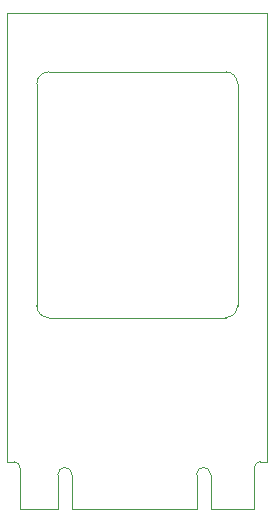
<source format=gbr>
%TF.GenerationSoftware,KiCad,Pcbnew,7.0.0-da2b9df05c~171~ubuntu20.04.1*%
%TF.CreationDate,2023-03-04T21:27:30-05:00*%
%TF.ProjectId,USB 2242,4c6f6769-7465-4636-9820-556e69667969,B*%
%TF.SameCoordinates,Original*%
%TF.FileFunction,Profile,NP*%
%FSLAX46Y46*%
G04 Gerber Fmt 4.6, Leading zero omitted, Abs format (unit mm)*
G04 Created by KiCad (PCBNEW 7.0.0-da2b9df05c~171~ubuntu20.04.1) date 2023-03-04 21:27:30*
%MOMM*%
%LPD*%
G01*
G04 APERTURE LIST*
%TA.AperFunction,Profile*%
%ADD10C,0.100000*%
%TD*%
%TA.AperFunction,Profile*%
%ADD11C,0.120000*%
%TD*%
G04 APERTURE END LIST*
D10*
X2500000Y17200000D02*
X2500000Y36000000D01*
X18500000Y16200000D02*
G75*
G03*
X19500000Y17200000I0J1000000D01*
G01*
X18500000Y16200000D02*
X3500000Y16200000D01*
X3500000Y37000000D02*
X18500000Y37000000D01*
X3500000Y37000000D02*
G75*
G03*
X2500000Y36000000I0J-1000000D01*
G01*
X2500000Y17200000D02*
G75*
G03*
X3500000Y16200000I1000000J0D01*
G01*
X19500000Y36000000D02*
G75*
G03*
X18500000Y37000000I-1000000J0D01*
G01*
X19500000Y36000000D02*
X19500000Y17200000D01*
D11*
%TO.C,J1*%
X0Y4000000D02*
X0Y42000000D01*
X575000Y4000000D02*
X0Y4000000D01*
X1075000Y3500000D02*
X1075000Y0D01*
X1075000Y0D02*
X4275000Y0D01*
X4275000Y0D02*
X4275000Y2900000D01*
X5475000Y2900000D02*
X5475000Y0D01*
X5475000Y0D02*
X16025000Y0D01*
X16025000Y0D02*
X16025000Y2900000D01*
X17225000Y2900000D02*
X17225000Y0D01*
X17225000Y0D02*
X20925000Y0D01*
X20925000Y0D02*
X20925000Y3500000D01*
X21425000Y4000000D02*
X22000000Y4000000D01*
X22000000Y42000000D02*
X0Y42000000D01*
X22000000Y4000000D02*
X22000000Y42000000D01*
X1075000Y3500000D02*
G75*
G03*
X575000Y4000000I-500001J-1D01*
G01*
X5475000Y2900000D02*
G75*
G03*
X4275000Y2900000I-600000J0D01*
G01*
X17225000Y2900000D02*
G75*
G03*
X16025000Y2900000I-600000J0D01*
G01*
X21425000Y4000000D02*
G75*
G03*
X20925000Y3500000I0J-500000D01*
G01*
%TD*%
M02*

</source>
